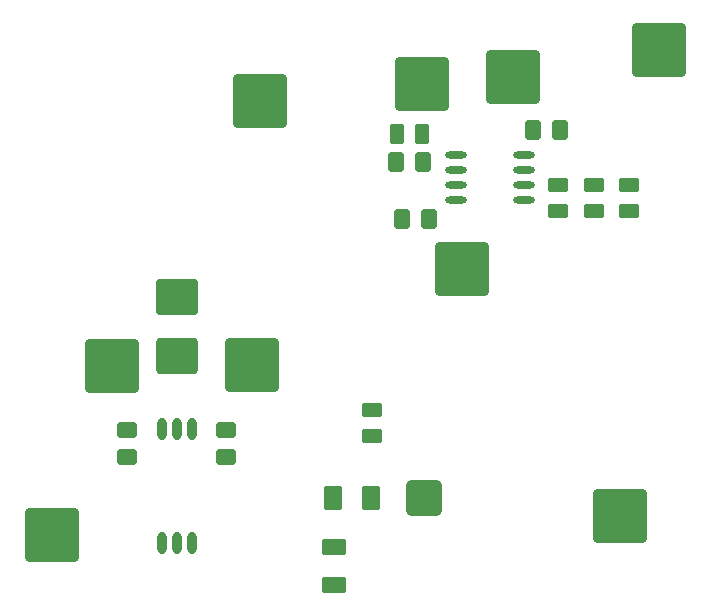
<source format=gbr>
%TF.GenerationSoftware,Altium Limited,Altium Designer,22.6.1 (34)*%
G04 Layer_Color=8421504*
%FSLAX26Y26*%
%MOIN*%
%TF.SameCoordinates,875EB05E-A6AF-4184-B243-C0806E1F30E9*%
%TF.FilePolarity,Positive*%
%TF.FileFunction,Paste,Top*%
%TF.Part,Single*%
G01*
G75*
%TA.AperFunction,SMDPad,CuDef*%
G04:AMPARAMS|DCode=10|XSize=66.929mil|YSize=45.276mil|CornerRadius=5.659mil|HoleSize=0mil|Usage=FLASHONLY|Rotation=180.000|XOffset=0mil|YOffset=0mil|HoleType=Round|Shape=RoundedRectangle|*
%AMROUNDEDRECTD10*
21,1,0.066929,0.033957,0,0,180.0*
21,1,0.055610,0.045276,0,0,180.0*
1,1,0.011319,-0.027805,0.016978*
1,1,0.011319,0.027805,0.016978*
1,1,0.011319,0.027805,-0.016978*
1,1,0.011319,-0.027805,-0.016978*
%
%ADD10ROUNDEDRECTD10*%
G04:AMPARAMS|DCode=11|XSize=66.929mil|YSize=51.181mil|CornerRadius=6.398mil|HoleSize=0mil|Usage=FLASHONLY|Rotation=270.000|XOffset=0mil|YOffset=0mil|HoleType=Round|Shape=RoundedRectangle|*
%AMROUNDEDRECTD11*
21,1,0.066929,0.038386,0,0,270.0*
21,1,0.054134,0.051181,0,0,270.0*
1,1,0.012795,-0.019193,-0.027067*
1,1,0.012795,-0.019193,0.027067*
1,1,0.012795,0.019193,0.027067*
1,1,0.012795,0.019193,-0.027067*
%
%ADD11ROUNDEDRECTD11*%
G04:AMPARAMS|DCode=12|XSize=66.929mil|YSize=51.181mil|CornerRadius=6.398mil|HoleSize=0mil|Usage=FLASHONLY|Rotation=0.000|XOffset=0mil|YOffset=0mil|HoleType=Round|Shape=RoundedRectangle|*
%AMROUNDEDRECTD12*
21,1,0.066929,0.038386,0,0,0.0*
21,1,0.054134,0.051181,0,0,0.0*
1,1,0.012795,0.027067,-0.019193*
1,1,0.012795,-0.027067,-0.019193*
1,1,0.012795,-0.027067,0.019193*
1,1,0.012795,0.027067,0.019193*
%
%ADD12ROUNDEDRECTD12*%
G04:AMPARAMS|DCode=13|XSize=82.677mil|YSize=55.118mil|CornerRadius=6.89mil|HoleSize=0mil|Usage=FLASHONLY|Rotation=0.000|XOffset=0mil|YOffset=0mil|HoleType=Round|Shape=RoundedRectangle|*
%AMROUNDEDRECTD13*
21,1,0.082677,0.041339,0,0,0.0*
21,1,0.068898,0.055118,0,0,0.0*
1,1,0.013780,0.034449,-0.020669*
1,1,0.013780,-0.034449,-0.020669*
1,1,0.013780,-0.034449,0.020669*
1,1,0.013780,0.034449,0.020669*
%
%ADD13ROUNDEDRECTD13*%
G04:AMPARAMS|DCode=14|XSize=180mil|YSize=180mil|CornerRadius=13.5mil|HoleSize=0mil|Usage=FLASHONLY|Rotation=0.000|XOffset=0mil|YOffset=0mil|HoleType=Round|Shape=RoundedRectangle|*
%AMROUNDEDRECTD14*
21,1,0.180000,0.153000,0,0,0.0*
21,1,0.153000,0.180000,0,0,0.0*
1,1,0.027000,0.076500,-0.076500*
1,1,0.027000,-0.076500,-0.076500*
1,1,0.027000,-0.076500,0.076500*
1,1,0.027000,0.076500,0.076500*
%
%ADD14ROUNDEDRECTD14*%
G04:AMPARAMS|DCode=15|XSize=82.677mil|YSize=59.055mil|CornerRadius=7.382mil|HoleSize=0mil|Usage=FLASHONLY|Rotation=270.000|XOffset=0mil|YOffset=0mil|HoleType=Round|Shape=RoundedRectangle|*
%AMROUNDEDRECTD15*
21,1,0.082677,0.044291,0,0,270.0*
21,1,0.067913,0.059055,0,0,270.0*
1,1,0.014764,-0.022146,-0.033957*
1,1,0.014764,-0.022146,0.033957*
1,1,0.014764,0.022146,0.033957*
1,1,0.014764,0.022146,-0.033957*
%
%ADD15ROUNDEDRECTD15*%
G04:AMPARAMS|DCode=16|XSize=180mil|YSize=180mil|CornerRadius=13.5mil|HoleSize=0mil|Usage=FLASHONLY|Rotation=90.000|XOffset=0mil|YOffset=0mil|HoleType=Round|Shape=RoundedRectangle|*
%AMROUNDEDRECTD16*
21,1,0.180000,0.153000,0,0,90.0*
21,1,0.153000,0.180000,0,0,90.0*
1,1,0.027000,0.076500,0.076500*
1,1,0.027000,0.076500,-0.076500*
1,1,0.027000,-0.076500,-0.076500*
1,1,0.027000,-0.076500,0.076500*
%
%ADD16ROUNDEDRECTD16*%
G04:AMPARAMS|DCode=17|XSize=137.795mil|YSize=120.079mil|CornerRadius=9.006mil|HoleSize=0mil|Usage=FLASHONLY|Rotation=180.000|XOffset=0mil|YOffset=0mil|HoleType=Round|Shape=RoundedRectangle|*
%AMROUNDEDRECTD17*
21,1,0.137795,0.102067,0,0,180.0*
21,1,0.119784,0.120079,0,0,180.0*
1,1,0.018012,-0.059892,0.051033*
1,1,0.018012,0.059892,0.051033*
1,1,0.018012,0.059892,-0.051033*
1,1,0.018012,-0.059892,-0.051033*
%
%ADD17ROUNDEDRECTD17*%
G04:AMPARAMS|DCode=18|XSize=137mil|YSize=120mil|CornerRadius=9mil|HoleSize=0mil|Usage=FLASHONLY|Rotation=180.000|XOffset=0mil|YOffset=0mil|HoleType=Round|Shape=RoundedRectangle|*
%AMROUNDEDRECTD18*
21,1,0.137000,0.102000,0,0,180.0*
21,1,0.119000,0.120000,0,0,180.0*
1,1,0.018000,-0.059500,0.051000*
1,1,0.018000,0.059500,0.051000*
1,1,0.018000,0.059500,-0.051000*
1,1,0.018000,-0.059500,-0.051000*
%
%ADD18ROUNDEDRECTD18*%
G04:AMPARAMS|DCode=19|XSize=66.929mil|YSize=45.276mil|CornerRadius=5.659mil|HoleSize=0mil|Usage=FLASHONLY|Rotation=90.000|XOffset=0mil|YOffset=0mil|HoleType=Round|Shape=RoundedRectangle|*
%AMROUNDEDRECTD19*
21,1,0.066929,0.033957,0,0,90.0*
21,1,0.055610,0.045276,0,0,90.0*
1,1,0.011319,0.016978,0.027805*
1,1,0.011319,0.016978,-0.027805*
1,1,0.011319,-0.016978,-0.027805*
1,1,0.011319,-0.016978,0.027805*
%
%ADD19ROUNDEDRECTD19*%
G04:AMPARAMS|DCode=20|XSize=118.11mil|YSize=118.11mil|CornerRadius=14.764mil|HoleSize=0mil|Usage=FLASHONLY|Rotation=90.000|XOffset=0mil|YOffset=0mil|HoleType=Round|Shape=RoundedRectangle|*
%AMROUNDEDRECTD20*
21,1,0.118110,0.088583,0,0,90.0*
21,1,0.088583,0.118110,0,0,90.0*
1,1,0.029528,0.044291,0.044291*
1,1,0.029528,0.044291,-0.044291*
1,1,0.029528,-0.044291,-0.044291*
1,1,0.029528,-0.044291,0.044291*
%
%ADD20ROUNDEDRECTD20*%
%ADD21O,0.031496X0.074803*%
%ADD22O,0.072835X0.023622*%
D10*
X2112000Y1616322D02*
D03*
Y1531678D02*
D03*
X1877000Y1616322D02*
D03*
Y1531678D02*
D03*
X1256000Y867322D02*
D03*
Y782678D02*
D03*
X1997000Y1616322D02*
D03*
Y1531678D02*
D03*
D11*
X1355265Y1504000D02*
D03*
X1445818D02*
D03*
X1791724Y1802246D02*
D03*
X1882276D02*
D03*
X1336724Y1694000D02*
D03*
X1427276D02*
D03*
D12*
X440000Y800276D02*
D03*
Y709724D02*
D03*
X770000Y709724D02*
D03*
Y800276D02*
D03*
D13*
X1129000Y286008D02*
D03*
Y411992D02*
D03*
D14*
X389000Y1013000D02*
D03*
X855000Y1017000D02*
D03*
X2214000Y2067000D02*
D03*
X191000Y452000D02*
D03*
X2084000Y513000D02*
D03*
X883000Y1898000D02*
D03*
X1424322Y1954000D02*
D03*
D15*
X1128008Y575000D02*
D03*
X1253992D02*
D03*
D16*
X1557000Y1339000D02*
D03*
X1727000Y1979000D02*
D03*
D17*
X605500Y1245660D02*
D03*
D18*
Y1046840D02*
D03*
D19*
X1424322Y1789000D02*
D03*
X1339678D02*
D03*
D20*
X1431000Y575000D02*
D03*
D21*
X655000Y803976D02*
D03*
X605000D02*
D03*
X555000D02*
D03*
X655000Y426024D02*
D03*
X605000D02*
D03*
X555000D02*
D03*
D22*
X1762204Y1617000D02*
D03*
Y1567000D02*
D03*
Y1667000D02*
D03*
Y1717000D02*
D03*
X1537796D02*
D03*
Y1667000D02*
D03*
Y1617000D02*
D03*
Y1567000D02*
D03*
%TF.MD5,bb5c162437848df653add2e94a46bc60*%
M02*

</source>
